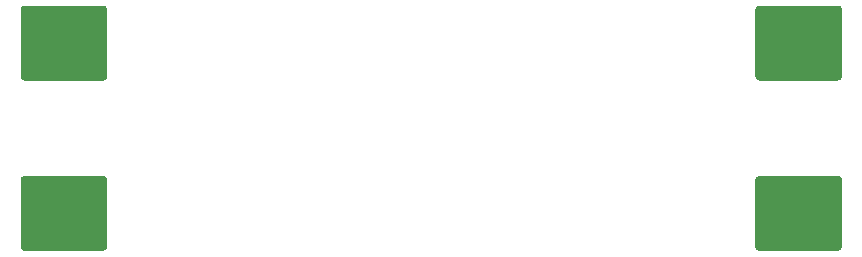
<source format=gbr>
G04 #@! TF.GenerationSoftware,KiCad,Pcbnew,5.1.6+dfsg1-1*
G04 #@! TF.CreationDate,2020-07-15T23:43:31+02:00*
G04 #@! TF.ProjectId,continuity,636f6e74-696e-4756-9974-792e6b696361,rev?*
G04 #@! TF.SameCoordinates,Original*
G04 #@! TF.FileFunction,Paste,Bot*
G04 #@! TF.FilePolarity,Positive*
%FSLAX46Y46*%
G04 Gerber Fmt 4.6, Leading zero omitted, Abs format (unit mm)*
G04 Created by KiCad (PCBNEW 5.1.6+dfsg1-1) date 2020-07-15 23:43:31*
%MOMM*%
%LPD*%
G01*
G04 APERTURE LIST*
G04 APERTURE END LIST*
G36*
G01*
X84065000Y-72432500D02*
X84065000Y-78147500D01*
G75*
G02*
X83747500Y-78465000I-317500J0D01*
G01*
X77042500Y-78465000D01*
G75*
G02*
X76725000Y-78147500I0J317500D01*
G01*
X76725000Y-72432500D01*
G75*
G02*
X77042500Y-72115000I317500J0D01*
G01*
X83747500Y-72115000D01*
G75*
G02*
X84065000Y-72432500I0J-317500D01*
G01*
G37*
G36*
G01*
X84065000Y-86852500D02*
X84065000Y-92567500D01*
G75*
G02*
X83747500Y-92885000I-317500J0D01*
G01*
X77042500Y-92885000D01*
G75*
G02*
X76725000Y-92567500I0J317500D01*
G01*
X76725000Y-86852500D01*
G75*
G02*
X77042500Y-86535000I317500J0D01*
G01*
X83747500Y-86535000D01*
G75*
G02*
X84065000Y-86852500I0J-317500D01*
G01*
G37*
G36*
G01*
X146275000Y-72432500D02*
X146275000Y-78147500D01*
G75*
G02*
X145957500Y-78465000I-317500J0D01*
G01*
X139252500Y-78465000D01*
G75*
G02*
X138935000Y-78147500I0J317500D01*
G01*
X138935000Y-72432500D01*
G75*
G02*
X139252500Y-72115000I317500J0D01*
G01*
X145957500Y-72115000D01*
G75*
G02*
X146275000Y-72432500I0J-317500D01*
G01*
G37*
G36*
G01*
X146275000Y-86852500D02*
X146275000Y-92567500D01*
G75*
G02*
X145957500Y-92885000I-317500J0D01*
G01*
X139252500Y-92885000D01*
G75*
G02*
X138935000Y-92567500I0J317500D01*
G01*
X138935000Y-86852500D01*
G75*
G02*
X139252500Y-86535000I317500J0D01*
G01*
X145957500Y-86535000D01*
G75*
G02*
X146275000Y-86852500I0J-317500D01*
G01*
G37*
M02*

</source>
